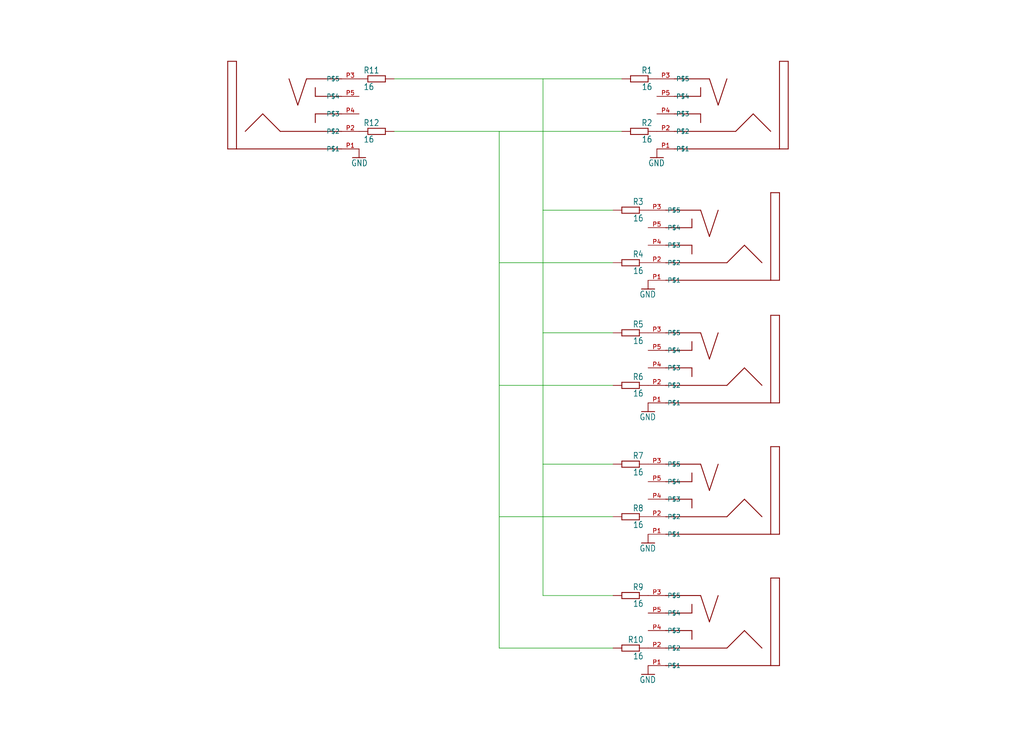
<source format=kicad_sch>
(kicad_sch (version 20231120) (generator "eeschema") (generator_version "8.0")
  (paper "User" 297.002 218.973)
  (lib_symbols
    (symbol "5port-headphone-belkin-clone-schnittplatz17-eagle-import:GND" (power)
      (symbol "GND_1_0"
        (polyline (pts (xy -1.905 0) (xy 1.905 0)) (stroke (width 0.254)))
        (pin power_in line (at 0 2.54 270) (length 2.54) (name "GND") (number "1"))
      )
    )
    (symbol "5port-headphone-belkin-clone-schnittplatz17-eagle-import:MINIJACK-SMD"
      (symbol "MINIJACK-SMD_1_0"
        (polyline (pts (xy -12.7 -7.62) (xy -12.7 22.86)) (stroke (width 0.254)))
        (polyline (pts (xy -12.7 22.86) (xy -12.7 25.4)) (stroke (width 0.254)))
        (polyline (pts (xy -12.7 25.4) (xy 12.7 25.4)) (stroke (width 0.254)))
        (polyline (pts (xy -7.62 -7.62) (xy -7.62 10.16)) (stroke (width 0.254)))
        (polyline (pts (xy -7.62 10.16) (xy -2.54 15.24)) (stroke (width 0.254)))
        (polyline (pts (xy -2.54 -7.62) (xy -2.54 0)) (stroke (width 0.254)))
        (polyline (pts (xy -2.54 0) (xy -5.08 0)) (stroke (width 0.254)))
        (polyline (pts (xy -2.54 15.24) (xy -7.62 20.32)) (stroke (width 0.254)))
        (polyline (pts (xy 0 5.08) (xy 7.62 7.62)) (stroke (width 0.254)))
        (polyline (pts (xy 2.54 -7.62) (xy 2.54 0)) (stroke (width 0.254)))
        (polyline (pts (xy 2.54 0) (xy 5.08 0)) (stroke (width 0.254)))
        (polyline (pts (xy 7.62 -7.62) (xy 7.62 2.54)) (stroke (width 0.254)))
        (polyline (pts (xy 7.62 2.54) (xy 0 5.08)) (stroke (width 0.254)))
        (polyline (pts (xy 12.7 22.86) (xy -12.7 22.86)) (stroke (width 0.254)))
        (polyline (pts (xy 12.7 25.4) (xy 12.7 22.86)) (stroke (width 0.254)))
        (pin bidirectional line (at -12.7 -12.7 90) (length 5.08) (name "P$1") (number "P1"))
        (pin bidirectional line (at -7.62 -12.7 90) (length 5.08) (name "P$2") (number "P2"))
        (pin bidirectional line (at 7.62 -12.7 90) (length 5.08) (name "P$5") (number "P3"))
        (pin bidirectional line (at -2.54 -12.7 90) (length 5.08) (name "P$3") (number "P4"))
        (pin bidirectional line (at 2.54 -12.7 90) (length 5.08) (name "P$4") (number "P5"))
      )
    )
    (symbol "5port-headphone-belkin-clone-schnittplatz17-eagle-import:R-EU_R1206"
      (property "Reference" "R" (at -3.81 1.4986 0))
      (symbol "R-EU_R1206_1_0"
        (polyline (pts (xy -2.54 -0.889) (xy -2.54 0.889)) (stroke (width 0.254)))
        (polyline (pts (xy -2.54 -0.889) (xy 2.54 -0.889)) (stroke (width 0.254)))
        (polyline (pts (xy 2.54 -0.889) (xy 2.54 0.889)) (stroke (width 0.254)))
        (polyline (pts (xy 2.54 0.889) (xy -2.54 0.889)) (stroke (width 0.254)))
        (pin passive line (at -5.08 0 0) (length 2.54) (name "1") (number "1"))
        (pin passive line (at 5.08 0 180) (length 2.54) (name "2") (number "2"))
      )
    )
  )
  (wire (pts (xy 177.8 149.86) (xy 144.78 149.86)) (stroke (width 0.1524)))
  (wire (pts (xy 157.48 60.96) (xy 157.48 22.86)) (stroke (width 0.1524)))
  (wire (pts (xy 177.8 111.76) (xy 144.78 111.76)) (stroke (width 0.1524)))
  (wire (pts (xy 144.78 38.1) (xy 144.78 76.2)) (stroke (width 0.1524)))
  (wire (pts (xy 177.8 60.96) (xy 157.48 60.96)) (stroke (width 0.1524)))
  (wire (pts (xy 157.48 96.52) (xy 157.48 60.96)) (stroke (width 0.1524)))
  (wire (pts (xy 114.3 38.1) (xy 144.78 38.1)) (stroke (width 0.1524)))
  (wire (pts (xy 177.8 76.2) (xy 144.78 76.2)) (stroke (width 0.1524)))
  (wire (pts (xy 157.48 172.72) (xy 157.48 134.62)) (stroke (width 0.1524)))
  (wire (pts (xy 114.3 22.86) (xy 157.48 22.86)) (stroke (width 0.1524)))
  (wire (pts (xy 157.48 22.86) (xy 180.34 22.86)) (stroke (width 0.1524)))
  (wire (pts (xy 144.78 38.1) (xy 180.34 38.1)) (stroke (width 0.1524)))
  (wire (pts (xy 144.78 187.96) (xy 177.8 187.96)) (stroke (width 0.1524)))
  (wire (pts (xy 177.8 96.52) (xy 157.48 96.52)) (stroke (width 0.1524)))
  (wire (pts (xy 177.8 172.72) (xy 157.48 172.72)) (stroke (width 0.1524)))
  (wire (pts (xy 177.8 134.62) (xy 157.48 134.62)) (stroke (width 0.1524)))
  (wire (pts (xy 144.78 111.76) (xy 144.78 149.86)) (stroke (width 0.1524)))
  (wire (pts (xy 144.78 76.2) (xy 144.78 111.76)) (stroke (width 0.1524)))
  (wire (pts (xy 144.78 149.86) (xy 144.78 187.96)) (stroke (width 0.1524)))
  (wire (pts (xy 157.48 134.62) (xy 157.48 96.52)) (stroke (width 0.1524)))
  (symbol (lib_id "5port-headphone-belkin-clone-schnittplatz17-eagle-import:R-EU_R1206") (at 109.22 22.86 0) (unit 1)
    (property "Reference" "R11" (at 105.41 21.3614 0) (effects (font (size 1.778 1.5113)) (justify left bottom)))
    (property "Value" "16" (at 105.41 26.162 0) (effects (font (size 1.778 1.5113)) (justify left bottom)))
    (property "Footprint" "5port-headphone-belkin-clone-schnittplatz17:R1206" (effects (hide yes)))
  )
  (symbol (lib_id "5port-headphone-belkin-clone-schnittplatz17-eagle-import:R-EU_R1206") (at 182.88 187.96 0) (mirror y) (unit 1)
    (property "Reference" "R10" (at 186.69 186.4614 0) (effects (font (size 1.778 1.5113)) (justify left bottom)))
    (property "Value" "16" (at 186.69 191.262 0) (effects (font (size 1.778 1.5113)) (justify left bottom)))
    (property "Footprint" "5port-headphone-belkin-clone-schnittplatz17:R1206" (effects (hide yes)))
  )
  (symbol (lib_id "5port-headphone-belkin-clone-schnittplatz17-eagle-import:R-EU_R1206") (at 182.88 60.96 0) (mirror y) (unit 1)
    (property "Reference" "R3" (at 186.69 59.4614 0) (effects (font (size 1.778 1.5113)) (justify left bottom)))
    (property "Value" "16" (at 186.69 64.262 0) (effects (font (size 1.778 1.5113)) (justify left bottom)))
    (property "Footprint" "5port-headphone-belkin-clone-schnittplatz17:R1206" (effects (hide yes)))
  )
  (symbol (lib_id "5port-headphone-belkin-clone-schnittplatz17-eagle-import:R-EU_R1206") (at 182.88 149.86 0) (mirror y) (unit 1)
    (property "Reference" "R8" (at 186.69 148.3614 0) (effects (font (size 1.778 1.5113)) (justify left bottom)))
    (property "Value" "16" (at 186.69 153.162 0) (effects (font (size 1.778 1.5113)) (justify left bottom)))
    (property "Footprint" "5port-headphone-belkin-clone-schnittplatz17:R1206" (effects (hide yes)))
  )
  (symbol (lib_id "5port-headphone-belkin-clone-schnittplatz17-eagle-import:MINIJACK-SMD") (at 91.44 30.48 90) (unit 1)
    (property "Reference" "IN0" (effects (hide yes)))
    (property "Value" "MINIJACK-SMD" (effects (hide yes)))
    (property "Footprint" "5port-headphone-belkin-clone-schnittplatz17:502-35RASMT4BHNTRX" (effects (hide yes)))
  )
  (symbol (lib_id "5port-headphone-belkin-clone-schnittplatz17-eagle-import:R-EU_R1206") (at 185.42 38.1 0) (mirror y) (unit 1)
    (property "Reference" "R2" (at 189.23 36.6014 0) (effects (font (size 1.778 1.5113)) (justify left bottom)))
    (property "Value" "16" (at 189.23 41.402 0) (effects (font (size 1.778 1.5113)) (justify left bottom)))
    (property "Footprint" "5port-headphone-belkin-clone-schnittplatz17:R1206" (effects (hide yes)))
  )
  (symbol (lib_id "5port-headphone-belkin-clone-schnittplatz17-eagle-import:MINIJACK-SMD") (at 200.66 180.34 270) (mirror x) (unit 1)
    (property "Reference" "U$5" (effects (hide yes)))
    (property "Value" "MINIJACK-SMD" (effects (hide yes)))
    (property "Footprint" "5port-headphone-belkin-clone-schnittplatz17:502-35RASMT4BHNTRX" (effects (hide yes)))
  )
  (symbol (lib_id "5port-headphone-belkin-clone-schnittplatz17-eagle-import:GND") (at 187.96 157.48 0) (unit 1)
    (property "Reference" "#GND4" (effects (hide yes)))
    (property "Value" "GND" (at 185.42 160.02 0) (effects (font (size 1.778 1.5113)) (justify left bottom)))
  )
  (symbol (lib_id "5port-headphone-belkin-clone-schnittplatz17-eagle-import:R-EU_R1206") (at 185.42 22.86 0) (mirror y) (unit 1)
    (property "Reference" "R1" (at 189.23 21.3614 0) (effects (font (size 1.778 1.5113)) (justify left bottom)))
    (property "Value" "16" (at 189.23 26.162 0) (effects (font (size 1.778 1.5113)) (justify left bottom)))
    (property "Footprint" "5port-headphone-belkin-clone-schnittplatz17:R1206" (effects (hide yes)))
  )
  (symbol (lib_id "5port-headphone-belkin-clone-schnittplatz17-eagle-import:R-EU_R1206") (at 182.88 134.62 0) (mirror y) (unit 1)
    (property "Reference" "R7" (at 186.69 133.1214 0) (effects (font (size 1.778 1.5113)) (justify left bottom)))
    (property "Value" "16" (at 186.69 137.922 0) (effects (font (size 1.778 1.5113)) (justify left bottom)))
    (property "Footprint" "5port-headphone-belkin-clone-schnittplatz17:R1206" (effects (hide yes)))
  )
  (symbol (lib_id "5port-headphone-belkin-clone-schnittplatz17-eagle-import:R-EU_R1206") (at 182.88 172.72 0) (mirror y) (unit 1)
    (property "Reference" "R9" (at 186.69 171.2214 0) (effects (font (size 1.778 1.5113)) (justify left bottom)))
    (property "Value" "16" (at 186.69 176.022 0) (effects (font (size 1.778 1.5113)) (justify left bottom)))
    (property "Footprint" "5port-headphone-belkin-clone-schnittplatz17:R1206" (effects (hide yes)))
  )
  (symbol (lib_id "5port-headphone-belkin-clone-schnittplatz17-eagle-import:R-EU_R1206") (at 182.88 111.76 0) (mirror y) (unit 1)
    (property "Reference" "R6" (at 186.69 110.2614 0) (effects (font (size 1.778 1.5113)) (justify left bottom)))
    (property "Value" "16" (at 186.69 115.062 0) (effects (font (size 1.778 1.5113)) (justify left bottom)))
    (property "Footprint" "5port-headphone-belkin-clone-schnittplatz17:R1206" (effects (hide yes)))
  )
  (symbol (lib_id "5port-headphone-belkin-clone-schnittplatz17-eagle-import:GND") (at 104.14 45.72 0) (mirror y) (unit 1)
    (property "Reference" "#GND6" (effects (hide yes)))
    (property "Value" "GND" (at 106.68 48.26 0) (effects (font (size 1.778 1.5113)) (justify left bottom)))
  )
  (symbol (lib_id "5port-headphone-belkin-clone-schnittplatz17-eagle-import:GND") (at 187.96 83.82 0) (unit 1)
    (property "Reference" "#GND2" (effects (hide yes)))
    (property "Value" "GND" (at 185.42 86.36 0) (effects (font (size 1.778 1.5113)) (justify left bottom)))
  )
  (symbol (lib_id "5port-headphone-belkin-clone-schnittplatz17-eagle-import:GND") (at 187.96 119.38 0) (unit 1)
    (property "Reference" "#GND3" (effects (hide yes)))
    (property "Value" "GND" (at 185.42 121.92 0) (effects (font (size 1.778 1.5113)) (justify left bottom)))
  )
  (symbol (lib_id "5port-headphone-belkin-clone-schnittplatz17-eagle-import:MINIJACK-SMD") (at 200.66 68.58 270) (mirror x) (unit 1)
    (property "Reference" "U$2" (effects (hide yes)))
    (property "Value" "MINIJACK-SMD" (effects (hide yes)))
    (property "Footprint" "5port-headphone-belkin-clone-schnittplatz17:502-35RASMT4BHNTRX" (effects (hide yes)))
  )
  (symbol (lib_id "5port-headphone-belkin-clone-schnittplatz17-eagle-import:R-EU_R1206") (at 182.88 96.52 0) (mirror y) (unit 1)
    (property "Reference" "R5" (at 186.69 95.0214 0) (effects (font (size 1.778 1.5113)) (justify left bottom)))
    (property "Value" "16" (at 186.69 99.822 0) (effects (font (size 1.778 1.5113)) (justify left bottom)))
    (property "Footprint" "5port-headphone-belkin-clone-schnittplatz17:R1206" (effects (hide yes)))
  )
  (symbol (lib_id "5port-headphone-belkin-clone-schnittplatz17-eagle-import:MINIJACK-SMD") (at 200.66 104.14 270) (mirror x) (unit 1)
    (property "Reference" "U$3" (effects (hide yes)))
    (property "Value" "MINIJACK-SMD" (effects (hide yes)))
    (property "Footprint" "5port-headphone-belkin-clone-schnittplatz17:502-35RASMT4BHNTRX" (effects (hide yes)))
  )
  (symbol (lib_id "5port-headphone-belkin-clone-schnittplatz17-eagle-import:GND") (at 190.5 45.72 0) (unit 1)
    (property "Reference" "#GND1" (effects (hide yes)))
    (property "Value" "GND" (at 187.96 48.26 0) (effects (font (size 1.778 1.5113)) (justify left bottom)))
  )
  (symbol (lib_id "5port-headphone-belkin-clone-schnittplatz17-eagle-import:R-EU_R1206") (at 109.22 38.1 0) (unit 1)
    (property "Reference" "R12" (at 105.41 36.6014 0) (effects (font (size 1.778 1.5113)) (justify left bottom)))
    (property "Value" "16" (at 105.41 41.402 0) (effects (font (size 1.778 1.5113)) (justify left bottom)))
    (property "Footprint" "5port-headphone-belkin-clone-schnittplatz17:R1206" (effects (hide yes)))
  )
  (symbol (lib_id "5port-headphone-belkin-clone-schnittplatz17-eagle-import:MINIJACK-SMD") (at 203.2 30.48 270) (mirror x) (unit 1)
    (property "Reference" "U$1" (effects (hide yes)))
    (property "Value" "MINIJACK-SMD" (effects (hide yes)))
    (property "Footprint" "5port-headphone-belkin-clone-schnittplatz17:502-35RASMT4BHNTRX" (effects (hide yes)))
  )
  (symbol (lib_id "5port-headphone-belkin-clone-schnittplatz17-eagle-import:R-EU_R1206") (at 182.88 76.2 0) (mirror y) (unit 1)
    (property "Reference" "R4" (at 186.69 74.7014 0) (effects (font (size 1.778 1.5113)) (justify left bottom)))
    (property "Value" "16" (at 186.69 79.502 0) (effects (font (size 1.778 1.5113)) (justify left bottom)))
    (property "Footprint" "5port-headphone-belkin-clone-schnittplatz17:R1206" (effects (hide yes)))
  )
  (symbol (lib_id "5port-headphone-belkin-clone-schnittplatz17-eagle-import:MINIJACK-SMD") (at 200.66 142.24 270) (mirror x) (unit 1)
    (property "Reference" "U$4" (effects (hide yes)))
    (property "Value" "MINIJACK-SMD" (effects (hide yes)))
    (property "Footprint" "5port-headphone-belkin-clone-schnittplatz17:502-35RASMT4BHNTRX" (effects (hide yes)))
  )
  (symbol (lib_id "5port-headphone-belkin-clone-schnittplatz17-eagle-import:GND") (at 187.96 195.58 0) (unit 1)
    (property "Reference" "#GND5" (effects (hide yes)))
    (property "Value" "GND" (at 185.42 198.12 0) (effects (font (size 1.778 1.5113)) (justify left bottom)))
  )
)
</source>
